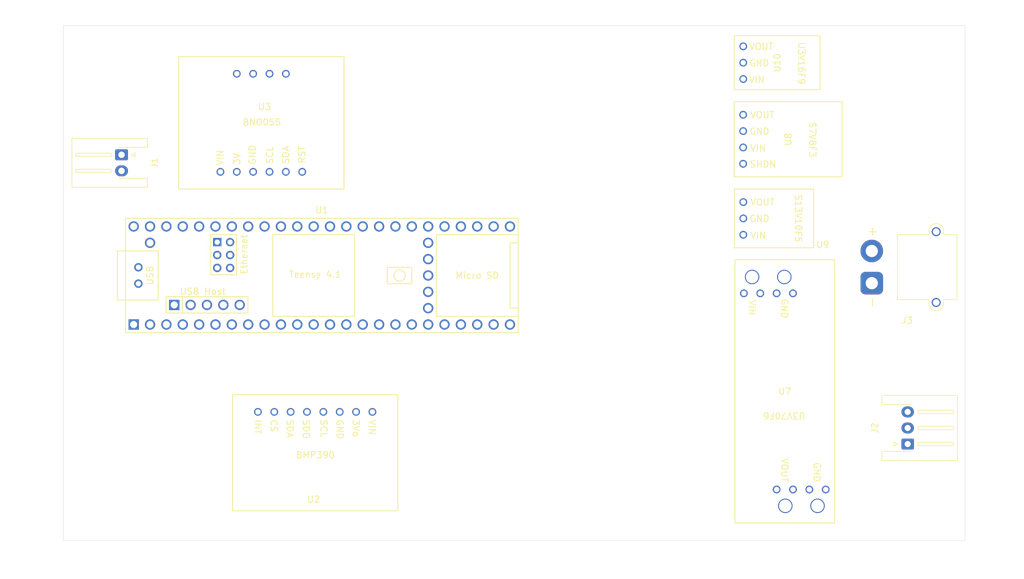
<source format=kicad_pcb>
(kicad_pcb (version 20241229) (generator "pcbnew") (generator_version "9.0")
  (title_block (title "Flight Computer") (rev "v2.0.0") (company "THRUST"))
  (layers (0 "F.Cu" signal) (4 "In1.Cu" signal) (6 "In2.Cu" signal) (2 "B.Cu" signal) (13 "F.Paste" user) (15 "B.Paste" user) (5 "F.SilkS" user "F.Silkscreen") (7 "B.SilkS" user "B.Silkscreen") (1 "F.Mask" user) (3 "B.Mask" user) (25 "Edge.Cuts" user))
  (net 0 "")
  (net 3 "/BMP390_SCK")
  (net 4 "GND")
  (net 8 "/Parani_TX")
  (net 12 "/BNO055_SCL")
  (net 14 "/PT_analog")
  (net 15 "/Parani_CTS")
  (net 17 "+5V")
  (net 22 "/Ultimate_GPS_TX")
  (net 23 "/BMP390_MOSI")
  (net 30 "/BMP390_CS")
  (net 38 "/Ultimate_GPS_RX")
  (net 50 "/Parani_RX")
  (net 53 "/BMP390_MISO")
  (net 56 "/Servo_PWM")
  (net 65 "/BNO055_SDA")
  (net 68 "+3.3V")
  (net 76 "/VBAT")
  (net 77 "+6V")
  (net 79 "+9V")
  (footprint "MountingHole:MountingHole_4.3mm_M4" (layer "F.Cu") (at 85 65)
    (property "Reference" "REF**" (hide yes))
    (property "Value" "MountingHole_4.3mm_M4")
    (pad "" np_thru_hole circle (at 0 0) (size 4.3 4.3) (drill 4.3) (layers "*.Cu" "*.Mask"))
  )
  (footprint "Connector_JST:JST_XH_S2B-XH-A-1_1x02_P2.50mm_Horizontal" (layer "F.Cu") (at 89.05 80.05 -90)
    (property "Reference" "J1" (at 1.25 -5.1 90) (layer "F.SilkS"))
    (property "Value" "Conn_02x01")
    (fp_line (start -2.56 7.71) (end -2.56 -4.01) (stroke (width 0.12)) (layer "F.SilkS"))
    (fp_line (start 1.25 7.71) (end -2.56 7.71) (stroke (width 0.12)) (layer "F.SilkS"))
    (fp_line (start 1.25 7.71) (end 5.06 7.71) (stroke (width 0.12)) (layer "F.SilkS"))
    (fp_line (start 5.06 7.71) (end 5.06 -4.01) (stroke (width 0.12)) (layer "F.SilkS"))
    (fp_line (start 0 -1.5) (end -0.3 -2.1) (stroke (width 0.12)) (layer "F.SilkS"))
    (fp_line (start -0.3 -2.1) (end 0.3 -2.1) (stroke (width 0.12)) (layer "F.SilkS"))
    (fp_line (start 0.3 -2.1) (end 0 -1.5) (stroke (width 0.12)) (layer "F.SilkS"))
    (fp_line (start -2.56 -4.01) (end -1.14 -4.01) (stroke (width 0.12)) (layer "F.SilkS"))
    (fp_line (start -1.14 -4.01) (end -1.14 0.49) (stroke (width 0.12)) (layer "F.SilkS"))
    (fp_line (start 3.64 -4.01) (end 3.64 0.49) (stroke (width 0.12)) (layer "F.SilkS"))
    (fp_line (start 5.06 -4.01) (end 3.64 -4.01) (stroke (width 0.12)) (layer "F.SilkS"))
    (fp_rect (start -0.25 1.6) (end 0.25 7.1) (stroke (width 0.12)) (fill no) (layer "F.SilkS"))
    (fp_rect (start 2.25 1.6) (end 2.75 7.1) (stroke (width 0.12)) (fill no) (layer "F.SilkS"))
    (pad "1" thru_hole roundrect (at 0 0 270) (size 1.7 2) (drill 1) (layers "*.Cu" "*.Mask") (roundrect_rratio 0.147059) (net 79 "+9V"))
    (pad "2" thru_hole oval (at 2.5 0 270) (size 1.7 2) (drill 1) (layers "*.Cu" "*.Mask") (net 14 "/PT_analog"))
  )
  (footprint "Connector_AMASS:AMASS_XT30PW-M_1x02_P2.50mm_Horizontal" (layer "F.Cu") (at 205.525 100 -90)
    (property "Reference" "J3" (at 5.8 -5.5 180) (layer "F.SilkS"))
    (property "Value" "Conn_02x01")
    (fp_line (start -7.56 -3.99) (end 2.56 -3.99) (stroke (width 0.12)) (layer "F.SilkS"))
    (fp_line (start -8.15 -8.89) (end -7.56 -8.89) (stroke (width 0.12)) (layer "F.SilkS"))
    (fp_line (start -7.56 -8.89) (end -7.56 -3.99) (stroke (width 0.12)) (layer "F.SilkS"))
    (fp_line (start 2.56 -8.89) (end 2.56 -3.99) (stroke (width 0.12)) (layer "F.SilkS"))
    (fp_line (start 2.56 -8.89) (end 3.15 -8.89) (stroke (width 0.12)) (layer "F.SilkS"))
    (fp_line (start -8.15 -11.11) (end -7.56 -11.11) (stroke (width 0.12)) (layer "F.SilkS"))
    (fp_line (start 2.56 -11.11) (end 3.15 -11.11) (stroke (width 0.12)) (layer "F.SilkS"))
    (fp_line (start -7.56 -13.21) (end -7.56 -11.11) (stroke (width 0.12)) (layer "F.SilkS"))
    (fp_line (start -7.56 -13.21) (end 2.56 -13.21) (stroke (width 0.12)) (layer "F.SilkS"))
    (fp_line (start 2.56 -13.21) (end 2.56 -11.11) (stroke (width 0.12)) (layer "F.SilkS"))
    (fp_arc (start -8.15 -8.89) (mid -9.26 -10) (end -8.15 -11.11) (stroke (width 0.12)) (layer "F.SilkS"))
    (fp_arc (start 3.15 -11.11) (mid 4.26 -10) (end 3.15 -8.89) (stroke (width 0.12)) (layer "F.SilkS"))
    (fp_text user "-" (at 3 0 90) (layer "F.SilkS") (effects (font (size 1.5 1.5))))
    (fp_text user "+" (at -8 0 90) (layer "F.SilkS") (effects (font (size 1.5 1.5))))
    (pad "" thru_hole circle (at -8 -10 270) (size 1.4 1.4) (drill 1) (layers "*.Cu" "*.Mask"))
    (pad "" thru_hole circle (at 3 -10 270) (size 1.4 1.4) (drill 1) (layers "*.Cu" "*.Mask"))
    (pad "1" thru_hole roundrect (at 0 0 270) (size 3.5 3.5) (drill 1.9) (layers "*.Cu" "*.Mask") (roundrect_rratio 0.22) (net 4 "GND"))
    (pad "2" thru_hole circle (at -5 0 270) (size 3.5 3.5) (drill 1.9) (layers "*.Cu" "*.Mask") (net 76 "/VBAT"))
  )
  (footprint "FlightComputer:U3V16F9" (layer "F.Cu") (at 190.84 65.74 -90)
    (property "Reference" "U10" (at 0.0127 0 90) (layer "F.SilkS"))
    (property "Value" "U3V16F9")
    (fp_rect (start -4.189 -6.6548) (end 4.191 6.6548) (stroke (width 0.15)) (fill no) (layer "F.SilkS"))
    (fp_text user "VIN" (at 3.255 4.445 0) (layer "F.SilkS") (effects (justify left bottom)))
    (fp_text user "U3V16F9" (at -3.302 -3.19 270) (layer "F.SilkS") (effects (justify left bottom)))
    (fp_text user "VOUT" (at -1.925 4.435 0) (layer "F.SilkS") (effects (justify left bottom)))
    (fp_text user "GND" (at 0.635 4.435 0) (layer "F.SilkS") (effects (justify left bottom)))
    (pad "1" thru_hole circle (at -2.54 5.2705 270) (size 1.2 1.2) (drill 0.8) (layers "*.Cu" "*.Mask") (net 79 "+9V"))
    (pad "2" thru_hole circle (at 0 5.2705 270) (size 1.2 1.2) (drill 0.8) (layers "*.Cu" "*.Mask") (net 4 "GND"))
    (pad "3" thru_hole circle (at 2.54 5.2705 270) (size 1.2 1.2) (drill 0.8) (layers "*.Cu" "*.Mask") (net 76 "/VBAT"))
  )
  (footprint "FlightComputer:U3V70F6" (layer "F.Cu") (at 192.02 116.82 180)
    (property "Reference" "U7" (at 0.0127 0 0) (layer "F.SilkS"))
    (property "Value" "U3V70F6")
    (fp_rect (start -7.747 -20.447) (end 7.747 20.447) (stroke (width 0.15)) (fill no) (layer "F.SilkS"))
    (fp_text user "VOUT" (at 0.6096 -10.287 270) (layer "F.SilkS") (effects (justify left bottom)))
    (fp_text user "VIN" (at 5.6642 14.3002 270) (layer "F.SilkS") (effects (justify left bottom)))
    (fp_text user "GND" (at 0.635 14.5034 270) (layer "F.SilkS") (effects (justify left bottom)))
    (fp_text user "GND" (at -4.3942 -10.922 270) (layer "F.SilkS") (effects (justify left bottom)))
    (fp_text user "U3V70F6" (at -3.3 -3.19 180) (layer "F.SilkS") (effects (justify left bottom)))
    (pad "1" thru_hole circle (at -1.27 -15.24 180) (size 1.2 1.2) (drill 0.8) (layers "*.Cu" "*.Mask") (net 77 "+6V"))
    (pad "1" thru_hole circle (at -0.0762 -17.78 180) (size 2.2352 2.2352) (drill 1.9304) (layers "*.Cu" "*.Mask") (net 77 "+6V"))
    (pad "1" thru_hole circle (at 1.27 -15.24 180) (size 1.2 1.2) (drill 0.8) (layers "*.Cu" "*.Mask") (net 77 "+6V"))
    (pad "2" thru_hole circle (at -6.35 -15.24 180) (size 1.2 1.2) (drill 0.8) (layers "*.Cu" "*.Mask") (net 4 "GND"))
    (pad "2" thru_hole circle (at -5.08 -17.78 180) (size 2.2352 2.2352) (drill 1.9304) (layers "*.Cu" "*.Mask") (net 4 "GND"))
    (pad "2" thru_hole circle (at -3.81 -15.24 180) (size 1.2 1.2) (drill 0.8) (layers "*.Cu" "*.Mask") (net 4 "GND"))
    (pad "3" thru_hole circle (at 3.81 15.24 180) (size 1.2 1.2) (drill 0.8) (layers "*.Cu" "*.Mask") (net 76 "/VBAT"))
    (pad "3" thru_hole circle (at 5.08 17.78 180) (size 2.2352 2.2352) (drill 1.9304) (layers "*.Cu" "*.Mask") (net 76 "/VBAT"))
    (pad "3" thru_hole circle (at 6.35 15.24 180) (size 1.2 1.2) (drill 0.8) (layers "*.Cu" "*.Mask") (net 76 "/VBAT"))
    (pad "4" thru_hole circle (at -1.27 15.24 180) (size 1.2 1.2) (drill 0.8) (layers "*.Cu" "*.Mask") (net 4 "GND"))
    (pad "4" thru_hole circle (at 0.0762 17.78 180) (size 2.2352 2.2352) (drill 1.9304) (layers "*.Cu" "*.Mask") (net 4 "GND"))
    (pad "4" thru_hole circle (at 1.27 15.24 180) (size 1.2 1.2) (drill 0.8) (layers "*.Cu" "*.Mask") (net 4 "GND"))
  )
  (footprint "Teensy:Teensy41" (layer "F.Cu") (at 120.142 98.806)
    (property "Reference" "U1" (at 0 -10.16 0) (layer "F.SilkS"))
    (property "Value" "Teensy4.1")
    (fp_line (start -31.75 -3.81) (end -30.48 -3.81) (stroke (width 0.15)) (layer "F.SilkS"))
    (fp_line (start -31.75 3.81) (end -31.75 -3.81) (stroke (width 0.15)) (layer "F.SilkS"))
    (fp_line (start -30.48 -8.89) (end 30.48 -8.89) (stroke (width 0.15)) (layer "F.SilkS"))
    (fp_line (start -30.48 3.81) (end -31.75 3.81) (stroke (width 0.15)) (layer "F.SilkS"))
    (fp_line (start -30.48 8.89) (end -30.48 -8.89) (stroke (width 0.15)) (layer "F.SilkS"))
    (fp_line (start -25.4 -3.81) (end -30.48 -3.81) (stroke (width 0.15)) (layer "F.SilkS"))
    (fp_line (start -25.4 3.81) (end -30.48 3.81) (stroke (width 0.15)) (layer "F.SilkS"))
    (fp_line (start -25.4 3.81) (end -25.4 -3.81) (stroke (width 0.15)) (layer "F.SilkS"))
    (fp_line (start -24.1808 3.2992) (end -21.6408 3.2992) (stroke (width 0.15)) (layer "F.SilkS"))
    (fp_line (start -24.1808 3.2992) (end -11.4808 3.2992) (stroke (width 0.15)) (layer "F.SilkS"))
    (fp_line (start -24.1808 5.8392) (end -24.1808 3.2992) (stroke (width 0.15)) (layer "F.SilkS"))
    (fp_line (start -21.6408 3.2992) (end -21.6408 5.8392) (stroke (width 0.15)) (layer "F.SilkS"))
    (fp_line (start -17.25 -6.3516) (end -17.25 -6.1016) (stroke (width 0.15)) (layer "F.SilkS"))
    (fp_line (start -17.25 -6.1016) (end -17.25 -0.1016) (stroke (width 0.15)) (layer "F.SilkS"))
    (fp_line (start -17.25 -0.1016) (end -13.25 -0.1016) (stroke (width 0.15)) (layer "F.SilkS"))
    (fp_line (start -13.25 -6.3516) (end -17.25 -6.3516) (stroke (width 0.15)) (layer "F.SilkS"))
    (fp_line (start -13.25 -0.1016) (end -13.25 -6.3516) (stroke (width 0.15)) (layer "F.SilkS"))
    (fp_line (start -11.4808 3.2992) (end -11.4808 5.8392) (stroke (width 0.15)) (layer "F.SilkS"))
    (fp_line (start -11.4808 5.8392) (end -24.1808 5.8392) (stroke (width 0.15)) (layer "F.SilkS"))
    (fp_line (start -7.62 -6.35) (end -7.62 6.35) (stroke (width 0.15)) (layer "F.SilkS"))
    (fp_line (start -7.62 6.35) (end 5.08 6.35) (stroke (width 0.15)) (layer "F.SilkS"))
    (fp_line (start 5.08 -6.35) (end -7.62 -6.35) (stroke (width 0.15)) (layer "F.SilkS"))
    (fp_line (start 5.08 6.35) (end 5.08 -6.35) (stroke (width 0.15)) (layer "F.SilkS"))
    (fp_line (start 10.16 -1.27) (end 13.97 -1.27) (stroke (width 0.15)) (layer "F.SilkS"))
    (fp_line (start 10.16 1.27) (end 10.16 -1.27) (stroke (width 0.15)) (layer "F.SilkS"))
    (fp_line (start 13.97 -1.27) (end 13.97 1.27) (stroke (width 0.15)) (layer "F.SilkS"))
    (fp_line (start 13.97 1.27) (end 10.16 1.27) (stroke (width 0.15)) (layer "F.SilkS"))
    (fp_line (start 17.78 -6.35) (end 17.78 6.35) (stroke (width 0.15)) (layer "F.SilkS"))
    (fp_line (start 17.78 6.35) (end 30.48 6.35) (stroke (width 0.15)) (layer "F.SilkS"))
    (fp_line (start 29.21 -5.08) (end 29.21 5.08) (stroke (width 0.15)) (layer "F.SilkS"))
    (fp_line (start 29.21 5.08) (end 30.48 5.08) (stroke (width 0.15)) (layer "F.SilkS"))
    (fp_line (start 30.48 -8.89) (end 30.48 8.89) (stroke (width 0.15)) (layer "F.SilkS"))
    (fp_line (start 30.48 -6.35) (end 17.78 -6.35) (stroke (width 0.15)) (layer "F.SilkS"))
    (fp_line (start 30.48 -5.08) (end 29.21 -5.08) (stroke (width 0.15)) (layer "F.SilkS"))
    (fp_line (start 30.48 8.89) (end -30.48 8.89) (stroke (width 0.15)) (layer "F.SilkS"))
    (fp_circle (center 12.065 0) (end 12.7 -0.635) (stroke (width 0.15)) (fill no) (layer "F.SilkS"))
    (fp_text user "Ethernet" (at -12.065 -3.2766 90) (layer "F.SilkS"))
    (fp_text user "Micro SD" (at 24.13 0 0) (layer "F.SilkS"))
    (fp_text user "USB Host" (at -18.4658 2.4892 0) (layer "F.SilkS"))
    (fp_text user "USB" (at -26.67 0 270) (layer "F.SilkS"))
    (fp_text user "Teensy 4.1" (at -1.042 -0.156 0) (layer "F.SilkS"))
    (pad "1" thru_hole rect (at -29.21 7.62) (size 1.6 1.6) (drill 1.1) (layers "*.Cu" "*.Mask") (net 4 "GND"))
    (pad "2" thru_hole circle (at -26.67 7.62) (size 1.6 1.6) (drill 1.1) (layers "*.Cu" "*.Mask") (net 30 "/BMP390_CS"))
    (pad "3" thru_hole circle (at -24.13 7.62) (size 1.6 1.6) (drill 1.1) (layers "*.Cu" "*.Mask") (net 53 "/BMP390_MISO"))
    (pad "4" thru_hole circle (at -21.59 7.62) (size 1.6 1.6) (drill 1.1) (layers "*.Cu" "*.Mask") (net 56 "/Servo_PWM"))
    (pad "5" thru_hole circle (at -19.05 7.62) (size 1.6 1.6) (drill 1.1) (layers "*.Cu" "*.Mask"))
    (pad "6" thru_hole circle (at -16.51 7.62) (size 1.6 1.6) (drill 1.1) (layers "*.Cu" "*.Mask"))
    (pad "7" thru_hole circle (at -13.97 7.62) (size 1.6 1.6) (drill 1.1) (layers "*.Cu" "*.Mask"))
    (pad "8" thru_hole circle (at -11.43 7.62) (size 1.6 1.6) (drill 1.1) (layers "*.Cu" "*.Mask"))
    (pad "9" thru_hole circle (at -8.89 7.62) (size 1.6 1.6) (drill 1.1) (layers "*.Cu" "*.Mask") (net 22 "/Ultimate_GPS_TX"))
    (pad "10" thru_hole circle (at -6.35 7.62) (size 1.6 1.6) (drill 1.1) (layers "*.Cu" "*.Mask") (net 38 "/Ultimate_GPS_RX"))
    (pad "11" thru_hole circle (at -3.81 7.62) (size 1.6 1.6) (drill 1.1) (layers "*.Cu" "*.Mask"))
    (pad "12" thru_hole circle (at -1.27 7.62) (size 1.6 1.6) (drill 1.1) (layers "*.Cu" "*.Mask"))
    (pad "13" thru_hole circle (at 1.27 7.62) (size 1.6 1.6) (drill 1.1) (layers "*.Cu" "*.Mask"))
    (pad "14" thru_hole circle (at 3.81 7.62) (size 1.6 1.6) (drill 1.1) (layers "*.Cu" "*.Mask"))
    (pad "15" thru_hole circle (at 6.35 7.62) (size 1.6 1.6) (drill 1.1) (layers "*.Cu" "*.Mask"))
    (pad "16" thru_hole circle (at 8.89 7.62) (size 1.6 1.6) (drill 1.1) (layers "*.Cu" "*.Mask"))
    (pad "17" thru_hole circle (at 11.43 7.62) (size 1.6 1.6) (drill 1.1) (layers "*.Cu" "*.Mask") (net 14 "/PT_analog"))
    (pad "18" thru_hole circle (at 13.97 7.62) (size 1.6 1.6) (drill 1.1) (layers "*.Cu" "*.Mask") (net 23 "/BMP390_MOSI"))
    (pad "19" thru_hole circle (at 16.51 7.62) (size 1.6 1.6) (drill 1.1) (layers "*.Cu" "*.Mask") (net 3 "/BMP390_SCK"))
    (pad "20" thru_hole circle (at 19.05 7.62) (size 1.6 1.6) (drill 1.1) (layers "*.Cu" "*.Mask") (net 8 "/Parani_TX"))
    (pad "21" thru_hole circle (at 21.59 7.62) (size 1.6 1.6) (drill 1.1) (layers "*.Cu" "*.Mask") (net 50 "/Parani_RX"))
    (pad "22" thru_hole circle (at 24.13 7.62) (size 1.6 1.6) (drill 1.1) (layers "*.Cu" "*.Mask") (net 15 "/Parani_CTS"))
    (pad "23" thru_hole circle (at 26.67 7.62) (size 1.6 1.6) (drill 1.1) (layers "*.Cu" "*.Mask"))
    (pad "24" thru_hole circle (at 29.21 7.62) (size 1.6 1.6) (drill 1.1) (layers "*.Cu" "*.Mask"))
    (pad "25" thru_hole circle (at 29.21 -7.62) (size 1.6 1.6) (drill 1.1) (layers "*.Cu" "*.Mask"))
    (pad "26" thru_hole circle (at 26.67 -7.62) (size 1.6 1.6) (drill 1.1) (layers "*.Cu" "*.Mask"))
    (pad "27" thru_hole circle (at 24.13 -7.62) (size 1.6 1.6) (drill 1.1) (layers "*.Cu" "*.Mask"))
    (pad "28" thru_hole circle (at 21.59 -7.62) (size 1.6 1.6) (drill 1.1) (layers "*.Cu" "*.Mask"))
    (pad "29" thru_hole circle (at 19.05 -7.62) (size 1.6 1.6) (drill 1.1) (layers "*.Cu" "*.Mask"))
    (pad "30" thru_hole circle (at 16.51 -7.62) (size 1.6 1.6) (drill 1.1) (layers "*.Cu" "*.Mask"))
    (pad "31" thru_hole circle (at 13.97 -7.62) (size 1.6 1.6) (drill 1.1) (layers "*.Cu" "*.Mask"))
    (pad "32" thru_hole circle (at 11.43 -7.62) (size 1.6 1.6) (drill 1.1) (layers "*.Cu" "*.Mask"))
    (pad "33" thru_hole circle (at 8.89 -7.62) (size 1.6 1.6) (drill 1.1) (layers "*.Cu" "*.Mask"))
    (pad "34" thru_hole circle (at 6.35 -7.62) (size 1.6 1.6) (drill 1.1) (layers "*.Cu" "*.Mask") (net 4 "GND"))
    (pad "35" thru_hole circle (at 3.81 -7.62) (size 1.6 1.6) (drill 1.1) (layers "*.Cu" "*.Mask"))
    (pad "36" thru_hole circle (at 1.27 -7.62) (size 1.6 1.6) (drill 1.1) (layers "*.Cu" "*.Mask"))
    (pad "37" thru_hole circle (at -1.27 -7.62) (size 1.6 1.6) (drill 1.1) (layers "*.Cu" "*.Mask"))
    (pad "38" thru_hole circle (at -3.81 -7.62) (size 1.6 1.6) (drill 1.1) (layers "*.Cu" "*.Mask"))
    (pad "39" thru_hole circle (at -6.35 -7.62) (size 1.6 1.6) (drill 1.1) (layers "*.Cu" "*.Mask"))
    (pad "40" thru_hole circle (at -8.89 -7.62) (size 1.6 1.6) (drill 1.1) (layers "*.Cu" "*.Mask") (net 65 "/BNO055_SDA"))
    (pad "41" thru_hole circle (at -11.43 -7.62) (size 1.6 1.6) (drill 1.1) (layers "*.Cu" "*.Mask") (net 12 "/BNO055_SCL"))
    (pad "42" thru_hole circle (at -13.97 -7.62) (size 1.6 1.6) (drill 1.1) (layers "*.Cu" "*.Mask"))
    (pad "43" thru_hole circle (at -16.51 -7.62) (size 1.6 1.6) (drill 1.1) (layers "*.Cu" "*.Mask"))
    (pad "44" thru_hole circle (at -19.05 -7.62) (size 1.6 1.6) (drill 1.1) (layers "*.Cu" "*.Mask"))
    (pad "45" thru_hole circle (at -21.59 -7.62) (size 1.6 1.6) (drill 1.1) (layers "*.Cu" "*.Mask"))
    (pad "46" thru_hole circle (at -24.13 -7.62) (size 1.6 1.6) (drill 1.1) (layers "*.Cu" "*.Mask"))
    (pad "47" thru_hole circle (at -26.67 -7.62) (size 1.6 1.6) (drill 1.1) (layers "*.Cu" "*.Mask"))
    (pad "48" thru_hole circle (at -29.21 -7.62) (size 1.6 1.6) (drill 1.1) (layers "*.Cu" "*.Mask") (net 17 "+5V"))
    (pad "49" thru_hole circle (at -26.67 -5.08) (size 1.6 1.6) (drill 1.1) (layers "*.Cu" "*.Mask"))
    (pad "50" thru_hole circle (at 16.51 5.08) (size 1.6 1.6) (drill 1.1) (layers "*.Cu" "*.Mask"))
    (pad "51" thru_hole circle (at 16.51 2.54) (size 1.6 1.6) (drill 1.1) (layers "*.Cu" "*.Mask"))
    (pad "52" thru_hole circle (at 16.51 0) (size 1.6 1.6) (drill 1.1) (layers "*.Cu" "*.Mask"))
    (pad "53" thru_hole circle (at 16.51 -2.54) (size 1.6 1.6) (drill 1.1) (layers "*.Cu" "*.Mask"))
    (pad "54" thru_hole circle (at 16.51 -5.08) (size 1.6 1.6) (drill 1.1) (layers "*.Cu" "*.Mask"))
    (pad "55" thru_hole rect (at -22.9108 4.5692) (size 1.6 1.6) (drill 1.1) (layers "*.Cu" "*.Mask"))
    (pad "56" thru_hole circle (at -20.3708 4.5692) (size 1.6 1.6) (drill 1.1) (layers "*.Cu" "*.Mask"))
    (pad "57" thru_hole circle (at -17.8308 4.5692) (size 1.6 1.6) (drill 1.1) (layers "*.Cu" "*.Mask"))
    (pad "58" thru_hole circle (at -15.2908 4.5692) (size 1.6 1.6) (drill 1.1) (layers "*.Cu" "*.Mask"))
    (pad "59" thru_hole circle (at -12.7508 4.5692) (size 1.6 1.6) (drill 1.1) (layers "*.Cu" "*.Mask"))
    (pad "60" thru_hole rect (at -16.24 -5.1816) (size 1.3 1.3) (drill 0.8) (layers "*.Cu" "*.Mask"))
    (pad "61" thru_hole circle (at -16.24 -3.1816) (size 1.3 1.3) (drill 0.8) (layers "*.Cu" "*.Mask"))
    (pad "62" thru_hole circle (at -16.24 -1.1816) (size 1.3 1.3) (drill 0.8) (layers "*.Cu" "*.Mask"))
    (pad "63" thru_hole circle (at -14.24 -1.1816) (size 1.3 1.3) (drill 0.8) (layers "*.Cu" "*.Mask"))
    (pad "64" thru_hole circle (at -14.24 -3.1816) (size 1.3 1.3) (drill 0.8) (layers "*.Cu" "*.Mask"))
    (pad "65" thru_hole circle (at -14.24 -5.1816) (size 1.3 1.3) (drill 0.8) (layers "*.Cu" "*.Mask"))
    (pad "66" thru_hole circle (at -28.48 -1.27) (size 1.3 1.3) (drill 0.8) (layers "*.Cu" "*.Mask"))
    (pad "67" thru_hole circle (at -28.48 1.27) (size 1.3 1.3) (drill 0.8) (layers "*.Cu" "*.Mask"))
  )
  (footprint "FlightComputer:S13V10F5" (layer "F.Cu") (at 190.34 89.94 -90)
    (property "Reference" "U9" (at 4.08 -7.5575 180) (layer "F.SilkS"))
    (property "Value" "S13V10F5")
    (fp_rect (start -4.57 -6.16) (end 4.57 6.15) (stroke (width 0.15)) (fill no) (layer "F.SilkS"))
    (fp_text user "S13V10F5" (at -3.81 -3.19 270) (layer "F.SilkS") (effects (justify left bottom)))
    (fp_text user "VOUT" (at -1.93 3.74 0) (layer "F.SilkS") (effects (justify left bottom)))
    (fp_text user "VIN" (at 3.24 3.7425 0) (layer "F.SilkS") (effects (justify left bottom)))
    (fp_text user "GND" (at 0.61 3.8625 0) (layer "F.SilkS") (effects (justify left bottom)))
    (pad "1" thru_hole circle (at -2.54 4.7625 270) (size 1.2 1.2) (drill 0.8) (layers "*.Cu" "*.Mask") (net 17 "+5V"))
    (pad "2" thru_hole circle (at 0 4.7625 270) (size 1.2 1.2) (drill 0.8) (layers "*.Cu" "*.Mask") (net 4 "GND"))
    (pad "3" thru_hole circle (at 2.54 4.7625 270) (size 1.2 1.2) (drill 0.8) (layers "*.Cu" "*.Mask") (net 76 "/VBAT"))
  )
  (footprint "FlightComputer:S7V8F3" (layer "F.Cu") (at 192.54 77.64 -90)
    (property "Reference" "U8" (at 0.0127 0 90) (layer "F.SilkS"))
    (property "Value" "S7V8F3")
    (fp_rect (start -5.84 -8.38) (end 5.84 8.38) (stroke (width 0.15)) (fill no) (layer "F.SilkS"))
    (fp_text user "VIN" (at 1.98 5.9725 0) (layer "F.SilkS") (effects (justify left bottom)))
    (fp_text user "VOUT" (at -3.2 5.9625 0) (layer "F.SilkS") (effects (justify left bottom)))
    (fp_text user "GND" (at -0.635 6.0706 0) (layer "F.SilkS") (effects (justify left bottom)))
    (fp_text user "SHDN" (at 4.4704 6.0452 0) (layer "F.SilkS") (effects (justify left bottom)))
    (fp_text user "S7V8F3" (at -2.794 -3.19 270) (layer "F.SilkS") (effects (justify left bottom)))
    (pad "1" thru_hole circle (at -3.81 6.985 270) (size 1.2 1.2) (drill 0.8) (layers "*.Cu" "*.Mask") (net 68 "+3.3V"))
    (pad "2" thru_hole circle (at -1.27 6.985 270) (size 1.2 1.2) (drill 0.8) (layers "*.Cu" "*.Mask") (net 4 "GND"))
    (pad "3" thru_hole circle (at 1.27 6.985 270) (size 1.2 1.2) (drill 0.8) (layers "*.Cu" "*.Mask") (net 76 "/VBAT"))
    (pad "4" thru_hole circle (at 3.81 6.985 270) (size 1.2 1.2) (drill 0.8) (layers "*.Cu" "*.Mask"))
  )
  (footprint "Connector_JST:JST_XH_S3B-XH-A-1_1x03_P2.50mm_Horizontal" (layer "F.Cu") (at 211.1 125 90)
    (property "Reference" "J2" (at 2.5 -5.1 90) (layer "F.SilkS"))
    (property "Value" "Conn_01x03")
    (fp_line (start 7.56 -4.01) (end 6.14 -4.01) (stroke (width 0.12)) (layer "F.SilkS"))
    (fp_line (start 6.14 -4.01) (end 6.14 0.49) (stroke (width 0.12)) (layer "F.SilkS"))
    (fp_line (start -1.14 -4.01) (end -1.14 0.49) (stroke (width 0.12)) (layer "F.SilkS"))
    (fp_line (start -2.56 -4.01) (end -1.14 -4.01) (stroke (width 0.12)) (layer "F.SilkS"))
    (fp_line (start 0.3 -2.1) (end 0 -1.5) (stroke (width 0.12)) (layer "F.SilkS"))
    (fp_line (start -0.3 -2.1) (end 0.3 -2.1) (stroke (width 0.12)) (layer "F.SilkS"))
    (fp_line (start 0 -1.5) (end -0.3 -2.1) (stroke (width 0.12)) (layer "F.SilkS"))
    (fp_line (start 7.56 7.71) (end 7.56 -4.01) (stroke (width 0.12)) (layer "F.SilkS"))
    (fp_line (start 2.5 7.71) (end 7.56 7.71) (stroke (width 0.12)) (layer "F.SilkS"))
    (fp_line (start 2.5 7.71) (end -2.56 7.71) (stroke (width 0.12)) (layer "F.SilkS"))
    (fp_line (start -2.56 7.71) (end -2.56 -4.01) (stroke (width 0.12)) (layer "F.SilkS"))
    (fp_rect (start 4.75 1.6) (end 5.25 7.1) (stroke (width 0.12)) (fill no) (layer "F.SilkS"))
    (fp_rect (start 2.25 1.6) (end 2.75 7.1) (stroke (width 0.12)) (fill no) (layer "F.SilkS"))
    (fp_rect (start -0.25 1.6) (end 0.25 7.1) (stroke (width 0.12)) (fill no) (layer "F.SilkS"))
    (pad "1" thru_hole roundrect (at 0 0 90) (size 1.7 1.95) (drill 0.95) (layers "*.Cu" "*.Mask") (roundrect_rratio 0.147059) (net 56 "/Servo_PWM"))
    (pad "2" thru_hole oval (at 2.5 0 90) (size 1.7 1.95) (drill 0.95) (layers "*.Cu" "*.Mask") (net 77 "+6V"))
    (pad "3" thru_hole oval (at 5 0 90) (size 1.7 1.95) (drill 0.95) (layers "*.Cu" "*.Mask") (net 4 "GND"))
  )
  (footprint "FlightComputer:BNO055" (layer "F.Cu") (at 110.75 75.08)
    (property "Reference" "U3" (at 0.5 -2.5 180) (layer "F.SilkS"))
    (property "Value" "BNO055")
    (fp_rect (start -12.83 -10.29) (end 12.83 10.29) (stroke (width 0.15)) (fill no) (layer "F.SilkS"))
    (fp_text user "3V" (at -3.2 6.6 90) (layer "F.SilkS") (effects (justify left bottom)))
    (fp_text user "VIN" (at -5.8 6.7 90) (layer "F.SilkS") (effects (justify left bottom)))
    (fp_text user "SDA" (at 4.4 6.5 90) (layer "F.SilkS") (effects (justify left bottom)))
    (fp_text user "SCL" (at 1.9 6.5 90) (layer "F.SilkS") (effects (justify left bottom)))
    (fp_text user "GND" (at -0.8 6.6 90) (layer "F.SilkS") (effects (justify left bottom)))
    (fp_text user "BNO055" (at -3 0.5 0) (layer "F.SilkS") (effects (justify left bottom)))
    (fp_text user "RST" (at 6.9 6.4 90) (layer "F.SilkS") (effects (justify left bottom)))
    (pad "1" thru_hole circle (at -6.35 7.62) (size 1.2 1.2) (drill 0.8) (layers "*.Cu" "*.Mask") (net 68 "+3.3V"))
    (pad "2" thru_hole circle (at -3.81 7.62) (size 1.2 1.2) (drill 0.8) (layers "*.Cu" "*.Mask"))
    (pad "3" thru_hole circle (at -1.27 7.62) (size 1.2 1.2) (drill 0.8) (layers "*.Cu" "*.Mask") (net 4 "GND"))
    (pad "4" thru_hole circle (at 1.27 7.62) (size 1.2 1.2) (drill 0.8) (layers "*.Cu" "*.Mask") (net 12 "/BNO055_SCL"))
    (pad "5" thru_hole circle (at 3.81 7.62) (size 1.2 1.2) (drill 0.8) (layers "*.Cu" "*.Mask") (net 65 "/BNO055_SDA"))
    (pad "6" thru_hole circle (at 6.35 7.62) (size 1.2 1.2) (drill 0.8) (layers "*.Cu" "*.Mask"))
    (pad "7" thru_hole circle (at -3.81 -7.62) (size 1.2 1.2) (drill 0.8) (layers "*.Cu" "*.Mask"))
    (pad "8" thru_hole circle (at -1.27 -7.62) (size 1.2 1.2) (drill 0.8) (layers "*.Cu" "*.Mask"))
    (pad "9" thru_hole circle (at 1.27 -7.62) (size 1.2 1.2) (drill 0.8) (layers "*.Cu" "*.Mask"))
    (pad "10" thru_hole circle (at 3.81 -7.62) (size 1.2 1.2) (drill 0.8) (layers "*.Cu" "*.Mask"))
  )
  (footprint "FlightComputer:BMP390" (layer "F.Cu") (at 119.11 126.35 180)
    (property "Reference" "U2" (at 0.25 -7.25 180) (layer "F.SilkS"))
    (property "Value" "BMP390")
    (fp_rect (start -12.83 -9.02) (end 12.83 9.02) (stroke (width 0.15)) (fill no) (layer "F.SilkS"))
    (fp_text user "SDA" (at 4.5 5.25 270) (layer "F.SilkS") (effects (justify left bottom)))
    (fp_text user "INT" (at 9.5 5.25 270) (layer "F.SilkS") (effects (justify left bottom)))
    (fp_text user "SDO" (at 2 5.25 270) (layer "F.SilkS") (effects (justify left bottom)))
    (fp_text user "GND" (at -3.25 5.25 270) (layer "F.SilkS") (effects (justify left bottom)))
    (fp_text user "VIN" (at -8.25 5.25 270) (layer "F.SilkS") (effects (justify left bottom)))
    (fp_text user "SCL" (at -0.75 5.25 270) (layer "F.SilkS") (effects (justify left bottom)))
    (fp_text user "CS" (at 7 5.25 270) (layer "F.SilkS") (effects (justify left bottom)))
    (fp_text user "3Vo" (at -5.75 5.25 270) (layer "F.SilkS") (effects (justify left bottom)))
    (fp_text user "BMP390" (at 3.06 -0.94 0) (layer "F.SilkS") (effects (justify left bottom)))
    (pad "1" thru_hole circle (at -8.89 6.35 180) (size 1.2 1.2) (drill 0.8) (layers "*.Cu" "*.Mask") (net 68 "+3.3V"))
    (pad "2" thru_hole circle (at -6.35 6.35 180) (size 1.2 1.2) (drill 0.8) (layers "*.Cu" "*.Mask"))
    (pad "3" thru_hole circle (at -3.81 6.35 180) (size 1.2 1.2) (drill 0.8) (layers "*.Cu" "*.Mask") (net 4 "GND"))
    (pad "4" thru_hole circle (at -1.27 6.35 180) (size 1.2 1.2) (drill 0.8) (layers "*.Cu" "*.Mask") (net 3 "/BMP390_SCK"))
    (pad "5" thru_hole circle (at 1.27 6.35 180) (size 1.2 1.2) (drill 0.8) (layers "*.Cu" "*.Mask") (net 53 "/BMP390_MISO"))
    (pad "6" thru_hole circle (at 3.81 6.35 180) (size 1.2 1.2) (drill 0.8) (layers "*.Cu" "*.Mask") (net 23 "/BMP390_MOSI"))
    (pad "7" thru_hole circle (at 6.35 6.35 180) (size 1.2 1.2) (drill 0.8) (layers "*.Cu" "*.Mask") (net 30 "/BMP390_CS"))
    (pad "8" thru_hole circle (at 8.89 6.35 180) (size 1.2 1.2) (drill 0.8) (layers "*.Cu" "*.Mask"))
  )
  (footprint "MountingHole:MountingHole_4.3mm_M4" (layer "F.Cu") (at 215 65)
    (property "Reference" "REF**" (hide yes))
    (property "Value" "MountingHole_4.3mm_M4")
    (pad "" np_thru_hole circle (at 0 0) (size 4.3 4.3) (drill 4.3) (layers "*.Cu" "*.Mask"))
  )
  (footprint "MountingHole:MountingHole_4.3mm_M4" (layer "F.Cu") (at 85 135)
    (property "Reference" "REF**" (hide yes))
    (property "Value" "MountingHole_4.3mm_M4")
    (pad "" np_thru_hole circle (at 0 0) (size 4.3 4.3) (drill 4.3) (layers "*.Cu" "*.Mask"))
  )
  (footprint "MountingHole:MountingHole_4.3mm_M4" (layer "F.Cu") (at 215 135)
    (property "Reference" "REF**" (hide yes))
    (property "Value" "MountingHole_4.3mm_M4")
    (pad "" np_thru_hole circle (at 0 0) (size 4.3 4.3) (drill 4.3) (layers "*.Cu" "*.Mask"))
  )
  (gr_rect (start 80 60) (end 220 140) (stroke (width 0.05)) (fill no) (layer "Edge.Cuts"))
)
</source>
